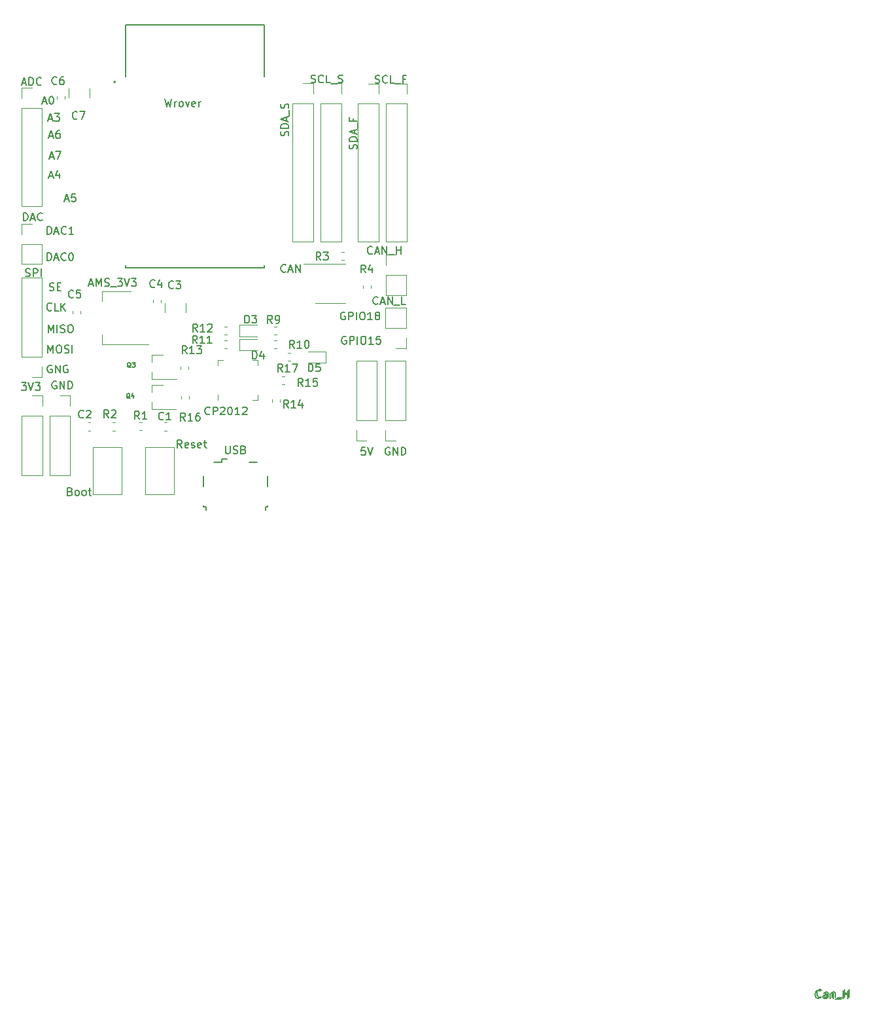
<source format=gbr>
G04 #@! TF.GenerationSoftware,KiCad,Pcbnew,5.1.5+dfsg1-2build2*
G04 #@! TF.CreationDate,2020-06-17T17:16:25+07:00*
G04 #@! TF.ProjectId,wrover_the_thesis,77726f76-6572-45f7-9468-655f74686573,rev?*
G04 #@! TF.SameCoordinates,Original*
G04 #@! TF.FileFunction,Legend,Top*
G04 #@! TF.FilePolarity,Positive*
%FSLAX46Y46*%
G04 Gerber Fmt 4.6, Leading zero omitted, Abs format (unit mm)*
G04 Created by KiCad (PCBNEW 5.1.5+dfsg1-2build2) date 2020-06-17 17:16:25*
%MOMM*%
%LPD*%
G04 APERTURE LIST*
%ADD10C,0.150000*%
%ADD11C,0.120000*%
%ADD12C,0.200000*%
%ADD13C,0.127000*%
G04 APERTURE END LIST*
D10*
X83487619Y-77910000D02*
X83392380Y-77862380D01*
X83249523Y-77862380D01*
X83106666Y-77910000D01*
X83011428Y-78005238D01*
X82963809Y-78100476D01*
X82916190Y-78290952D01*
X82916190Y-78433809D01*
X82963809Y-78624285D01*
X83011428Y-78719523D01*
X83106666Y-78814761D01*
X83249523Y-78862380D01*
X83344761Y-78862380D01*
X83487619Y-78814761D01*
X83535238Y-78767142D01*
X83535238Y-78433809D01*
X83344761Y-78433809D01*
X83963809Y-78862380D02*
X83963809Y-77862380D01*
X84344761Y-77862380D01*
X84440000Y-77910000D01*
X84487619Y-77957619D01*
X84535238Y-78052857D01*
X84535238Y-78195714D01*
X84487619Y-78290952D01*
X84440000Y-78338571D01*
X84344761Y-78386190D01*
X83963809Y-78386190D01*
X84963809Y-78862380D02*
X84963809Y-77862380D01*
X85630476Y-77862380D02*
X85820952Y-77862380D01*
X85916190Y-77910000D01*
X86011428Y-78005238D01*
X86059047Y-78195714D01*
X86059047Y-78529047D01*
X86011428Y-78719523D01*
X85916190Y-78814761D01*
X85820952Y-78862380D01*
X85630476Y-78862380D01*
X85535238Y-78814761D01*
X85440000Y-78719523D01*
X85392380Y-78529047D01*
X85392380Y-78195714D01*
X85440000Y-78005238D01*
X85535238Y-77910000D01*
X85630476Y-77862380D01*
X87011428Y-78862380D02*
X86440000Y-78862380D01*
X86725714Y-78862380D02*
X86725714Y-77862380D01*
X86630476Y-78005238D01*
X86535238Y-78100476D01*
X86440000Y-78148095D01*
X87916190Y-77862380D02*
X87440000Y-77862380D01*
X87392380Y-78338571D01*
X87440000Y-78290952D01*
X87535238Y-78243333D01*
X87773333Y-78243333D01*
X87868571Y-78290952D01*
X87916190Y-78338571D01*
X87963809Y-78433809D01*
X87963809Y-78671904D01*
X87916190Y-78767142D01*
X87868571Y-78814761D01*
X87773333Y-78862380D01*
X87535238Y-78862380D01*
X87440000Y-78814761D01*
X87392380Y-78767142D01*
X45398095Y-81630000D02*
X45302857Y-81582380D01*
X45160000Y-81582380D01*
X45017142Y-81630000D01*
X44921904Y-81725238D01*
X44874285Y-81820476D01*
X44826666Y-82010952D01*
X44826666Y-82153809D01*
X44874285Y-82344285D01*
X44921904Y-82439523D01*
X45017142Y-82534761D01*
X45160000Y-82582380D01*
X45255238Y-82582380D01*
X45398095Y-82534761D01*
X45445714Y-82487142D01*
X45445714Y-82153809D01*
X45255238Y-82153809D01*
X45874285Y-82582380D02*
X45874285Y-81582380D01*
X46445714Y-82582380D01*
X46445714Y-81582380D01*
X47445714Y-81630000D02*
X47350476Y-81582380D01*
X47207619Y-81582380D01*
X47064761Y-81630000D01*
X46969523Y-81725238D01*
X46921904Y-81820476D01*
X46874285Y-82010952D01*
X46874285Y-82153809D01*
X46921904Y-82344285D01*
X46969523Y-82439523D01*
X47064761Y-82534761D01*
X47207619Y-82582380D01*
X47302857Y-82582380D01*
X47445714Y-82534761D01*
X47493333Y-82487142D01*
X47493333Y-82153809D01*
X47302857Y-82153809D01*
X44908571Y-80012380D02*
X44908571Y-79012380D01*
X45241904Y-79726666D01*
X45575238Y-79012380D01*
X45575238Y-80012380D01*
X46241904Y-79012380D02*
X46432380Y-79012380D01*
X46527619Y-79060000D01*
X46622857Y-79155238D01*
X46670476Y-79345714D01*
X46670476Y-79679047D01*
X46622857Y-79869523D01*
X46527619Y-79964761D01*
X46432380Y-80012380D01*
X46241904Y-80012380D01*
X46146666Y-79964761D01*
X46051428Y-79869523D01*
X46003809Y-79679047D01*
X46003809Y-79345714D01*
X46051428Y-79155238D01*
X46146666Y-79060000D01*
X46241904Y-79012380D01*
X47051428Y-79964761D02*
X47194285Y-80012380D01*
X47432380Y-80012380D01*
X47527619Y-79964761D01*
X47575238Y-79917142D01*
X47622857Y-79821904D01*
X47622857Y-79726666D01*
X47575238Y-79631428D01*
X47527619Y-79583809D01*
X47432380Y-79536190D01*
X47241904Y-79488571D01*
X47146666Y-79440952D01*
X47099047Y-79393333D01*
X47051428Y-79298095D01*
X47051428Y-79202857D01*
X47099047Y-79107619D01*
X47146666Y-79060000D01*
X47241904Y-79012380D01*
X47480000Y-79012380D01*
X47622857Y-79060000D01*
X48051428Y-80012380D02*
X48051428Y-79012380D01*
X44948571Y-77382380D02*
X44948571Y-76382380D01*
X45281904Y-77096666D01*
X45615238Y-76382380D01*
X45615238Y-77382380D01*
X46091428Y-77382380D02*
X46091428Y-76382380D01*
X46520000Y-77334761D02*
X46662857Y-77382380D01*
X46900952Y-77382380D01*
X46996190Y-77334761D01*
X47043809Y-77287142D01*
X47091428Y-77191904D01*
X47091428Y-77096666D01*
X47043809Y-77001428D01*
X46996190Y-76953809D01*
X46900952Y-76906190D01*
X46710476Y-76858571D01*
X46615238Y-76810952D01*
X46567619Y-76763333D01*
X46520000Y-76668095D01*
X46520000Y-76572857D01*
X46567619Y-76477619D01*
X46615238Y-76430000D01*
X46710476Y-76382380D01*
X46948571Y-76382380D01*
X47091428Y-76430000D01*
X47710476Y-76382380D02*
X47900952Y-76382380D01*
X47996190Y-76430000D01*
X48091428Y-76525238D01*
X48139047Y-76715714D01*
X48139047Y-77049047D01*
X48091428Y-77239523D01*
X47996190Y-77334761D01*
X47900952Y-77382380D01*
X47710476Y-77382380D01*
X47615238Y-77334761D01*
X47520000Y-77239523D01*
X47472380Y-77049047D01*
X47472380Y-76715714D01*
X47520000Y-76525238D01*
X47615238Y-76430000D01*
X47710476Y-76382380D01*
X45374761Y-74457142D02*
X45327142Y-74504761D01*
X45184285Y-74552380D01*
X45089047Y-74552380D01*
X44946190Y-74504761D01*
X44850952Y-74409523D01*
X44803333Y-74314285D01*
X44755714Y-74123809D01*
X44755714Y-73980952D01*
X44803333Y-73790476D01*
X44850952Y-73695238D01*
X44946190Y-73600000D01*
X45089047Y-73552380D01*
X45184285Y-73552380D01*
X45327142Y-73600000D01*
X45374761Y-73647619D01*
X46279523Y-74552380D02*
X45803333Y-74552380D01*
X45803333Y-73552380D01*
X46612857Y-74552380D02*
X46612857Y-73552380D01*
X47184285Y-74552380D02*
X46755714Y-73980952D01*
X47184285Y-73552380D02*
X46612857Y-74123809D01*
X45111904Y-71914761D02*
X45254761Y-71962380D01*
X45492857Y-71962380D01*
X45588095Y-71914761D01*
X45635714Y-71867142D01*
X45683333Y-71771904D01*
X45683333Y-71676666D01*
X45635714Y-71581428D01*
X45588095Y-71533809D01*
X45492857Y-71486190D01*
X45302380Y-71438571D01*
X45207142Y-71390952D01*
X45159523Y-71343333D01*
X45111904Y-71248095D01*
X45111904Y-71152857D01*
X45159523Y-71057619D01*
X45207142Y-71010000D01*
X45302380Y-70962380D01*
X45540476Y-70962380D01*
X45683333Y-71010000D01*
X46111904Y-71438571D02*
X46445238Y-71438571D01*
X46588095Y-71962380D02*
X46111904Y-71962380D01*
X46111904Y-70962380D01*
X46588095Y-70962380D01*
X44803333Y-68052380D02*
X44803333Y-67052380D01*
X45041428Y-67052380D01*
X45184285Y-67100000D01*
X45279523Y-67195238D01*
X45327142Y-67290476D01*
X45374761Y-67480952D01*
X45374761Y-67623809D01*
X45327142Y-67814285D01*
X45279523Y-67909523D01*
X45184285Y-68004761D01*
X45041428Y-68052380D01*
X44803333Y-68052380D01*
X45755714Y-67766666D02*
X46231904Y-67766666D01*
X45660476Y-68052380D02*
X45993809Y-67052380D01*
X46327142Y-68052380D01*
X47231904Y-67957142D02*
X47184285Y-68004761D01*
X47041428Y-68052380D01*
X46946190Y-68052380D01*
X46803333Y-68004761D01*
X46708095Y-67909523D01*
X46660476Y-67814285D01*
X46612857Y-67623809D01*
X46612857Y-67480952D01*
X46660476Y-67290476D01*
X46708095Y-67195238D01*
X46803333Y-67100000D01*
X46946190Y-67052380D01*
X47041428Y-67052380D01*
X47184285Y-67100000D01*
X47231904Y-67147619D01*
X47850952Y-67052380D02*
X47946190Y-67052380D01*
X48041428Y-67100000D01*
X48089047Y-67147619D01*
X48136666Y-67242857D01*
X48184285Y-67433333D01*
X48184285Y-67671428D01*
X48136666Y-67861904D01*
X48089047Y-67957142D01*
X48041428Y-68004761D01*
X47946190Y-68052380D01*
X47850952Y-68052380D01*
X47755714Y-68004761D01*
X47708095Y-67957142D01*
X47660476Y-67861904D01*
X47612857Y-67671428D01*
X47612857Y-67433333D01*
X47660476Y-67242857D01*
X47708095Y-67147619D01*
X47755714Y-67100000D01*
X47850952Y-67052380D01*
X44823333Y-64652380D02*
X44823333Y-63652380D01*
X45061428Y-63652380D01*
X45204285Y-63700000D01*
X45299523Y-63795238D01*
X45347142Y-63890476D01*
X45394761Y-64080952D01*
X45394761Y-64223809D01*
X45347142Y-64414285D01*
X45299523Y-64509523D01*
X45204285Y-64604761D01*
X45061428Y-64652380D01*
X44823333Y-64652380D01*
X45775714Y-64366666D02*
X46251904Y-64366666D01*
X45680476Y-64652380D02*
X46013809Y-63652380D01*
X46347142Y-64652380D01*
X47251904Y-64557142D02*
X47204285Y-64604761D01*
X47061428Y-64652380D01*
X46966190Y-64652380D01*
X46823333Y-64604761D01*
X46728095Y-64509523D01*
X46680476Y-64414285D01*
X46632857Y-64223809D01*
X46632857Y-64080952D01*
X46680476Y-63890476D01*
X46728095Y-63795238D01*
X46823333Y-63700000D01*
X46966190Y-63652380D01*
X47061428Y-63652380D01*
X47204285Y-63700000D01*
X47251904Y-63747619D01*
X48204285Y-64652380D02*
X47632857Y-64652380D01*
X47918571Y-64652380D02*
X47918571Y-63652380D01*
X47823333Y-63795238D01*
X47728095Y-63890476D01*
X47632857Y-63938095D01*
X47095714Y-60146666D02*
X47571904Y-60146666D01*
X47000476Y-60432380D02*
X47333809Y-59432380D01*
X47667142Y-60432380D01*
X48476666Y-59432380D02*
X48000476Y-59432380D01*
X47952857Y-59908571D01*
X48000476Y-59860952D01*
X48095714Y-59813333D01*
X48333809Y-59813333D01*
X48429047Y-59860952D01*
X48476666Y-59908571D01*
X48524285Y-60003809D01*
X48524285Y-60241904D01*
X48476666Y-60337142D01*
X48429047Y-60384761D01*
X48333809Y-60432380D01*
X48095714Y-60432380D01*
X48000476Y-60384761D01*
X47952857Y-60337142D01*
X45035714Y-57146666D02*
X45511904Y-57146666D01*
X44940476Y-57432380D02*
X45273809Y-56432380D01*
X45607142Y-57432380D01*
X46369047Y-56765714D02*
X46369047Y-57432380D01*
X46130952Y-56384761D02*
X45892857Y-57099047D01*
X46511904Y-57099047D01*
X45115714Y-54656666D02*
X45591904Y-54656666D01*
X45020476Y-54942380D02*
X45353809Y-53942380D01*
X45687142Y-54942380D01*
X45925238Y-53942380D02*
X46591904Y-53942380D01*
X46163333Y-54942380D01*
X45065714Y-51966666D02*
X45541904Y-51966666D01*
X44970476Y-52252380D02*
X45303809Y-51252380D01*
X45637142Y-52252380D01*
X46399047Y-51252380D02*
X46208571Y-51252380D01*
X46113333Y-51300000D01*
X46065714Y-51347619D01*
X45970476Y-51490476D01*
X45922857Y-51680952D01*
X45922857Y-52061904D01*
X45970476Y-52157142D01*
X46018095Y-52204761D01*
X46113333Y-52252380D01*
X46303809Y-52252380D01*
X46399047Y-52204761D01*
X46446666Y-52157142D01*
X46494285Y-52061904D01*
X46494285Y-51823809D01*
X46446666Y-51728571D01*
X46399047Y-51680952D01*
X46303809Y-51633333D01*
X46113333Y-51633333D01*
X46018095Y-51680952D01*
X45970476Y-51728571D01*
X45922857Y-51823809D01*
X44945714Y-49766666D02*
X45421904Y-49766666D01*
X44850476Y-50052380D02*
X45183809Y-49052380D01*
X45517142Y-50052380D01*
X45755238Y-49052380D02*
X46374285Y-49052380D01*
X46040952Y-49433333D01*
X46183809Y-49433333D01*
X46279047Y-49480952D01*
X46326666Y-49528571D01*
X46374285Y-49623809D01*
X46374285Y-49861904D01*
X46326666Y-49957142D01*
X46279047Y-50004761D01*
X46183809Y-50052380D01*
X45898095Y-50052380D01*
X45802857Y-50004761D01*
X45755238Y-49957142D01*
X44195714Y-47526666D02*
X44671904Y-47526666D01*
X44100476Y-47812380D02*
X44433809Y-46812380D01*
X44767142Y-47812380D01*
X45290952Y-46812380D02*
X45386190Y-46812380D01*
X45481428Y-46860000D01*
X45529047Y-46907619D01*
X45576666Y-47002857D01*
X45624285Y-47193333D01*
X45624285Y-47431428D01*
X45576666Y-47621904D01*
X45529047Y-47717142D01*
X45481428Y-47764761D01*
X45386190Y-47812380D01*
X45290952Y-47812380D01*
X45195714Y-47764761D01*
X45148095Y-47717142D01*
X45100476Y-47621904D01*
X45052857Y-47431428D01*
X45052857Y-47193333D01*
X45100476Y-47002857D01*
X45148095Y-46907619D01*
X45195714Y-46860000D01*
X45290952Y-46812380D01*
X87601428Y-73637142D02*
X87553809Y-73684761D01*
X87410952Y-73732380D01*
X87315714Y-73732380D01*
X87172857Y-73684761D01*
X87077619Y-73589523D01*
X87030000Y-73494285D01*
X86982380Y-73303809D01*
X86982380Y-73160952D01*
X87030000Y-72970476D01*
X87077619Y-72875238D01*
X87172857Y-72780000D01*
X87315714Y-72732380D01*
X87410952Y-72732380D01*
X87553809Y-72780000D01*
X87601428Y-72827619D01*
X87982380Y-73446666D02*
X88458571Y-73446666D01*
X87887142Y-73732380D02*
X88220476Y-72732380D01*
X88553809Y-73732380D01*
X88887142Y-73732380D02*
X88887142Y-72732380D01*
X89458571Y-73732380D01*
X89458571Y-72732380D01*
X89696666Y-73827619D02*
X90458571Y-73827619D01*
X91172857Y-73732380D02*
X90696666Y-73732380D01*
X90696666Y-72732380D01*
D11*
X57480000Y-92190000D02*
X61180000Y-92190000D01*
X57480000Y-98310000D02*
X57480000Y-92190000D01*
X61180000Y-98310000D02*
X57480000Y-98310000D01*
X61180000Y-92190000D02*
X61180000Y-98310000D01*
X44150000Y-83110000D02*
X42820000Y-83110000D01*
X44150000Y-81780000D02*
X44150000Y-83110000D01*
X44150000Y-80510000D02*
X41490000Y-80510000D01*
X41490000Y-80510000D02*
X41490000Y-70290000D01*
X44150000Y-80510000D02*
X44150000Y-70290000D01*
X44150000Y-70290000D02*
X41490000Y-70290000D01*
X60030000Y-73537936D02*
X60030000Y-74742064D01*
X62750000Y-73537936D02*
X62750000Y-74742064D01*
X90010000Y-45180000D02*
X91340000Y-45180000D01*
X91340000Y-45180000D02*
X91340000Y-46510000D01*
X91340000Y-47780000D02*
X91340000Y-65620000D01*
X88680000Y-65620000D02*
X91340000Y-65620000D01*
X88680000Y-47780000D02*
X88680000Y-65620000D01*
X88680000Y-47780000D02*
X91340000Y-47780000D01*
X86370000Y-45180000D02*
X87700000Y-45180000D01*
X87700000Y-45180000D02*
X87700000Y-46510000D01*
X87700000Y-47780000D02*
X87700000Y-65620000D01*
X85040000Y-65620000D02*
X87700000Y-65620000D01*
X85040000Y-47780000D02*
X85040000Y-65620000D01*
X85040000Y-47780000D02*
X87700000Y-47780000D01*
X81530000Y-45130000D02*
X82860000Y-45130000D01*
X82860000Y-45130000D02*
X82860000Y-46460000D01*
X82860000Y-47730000D02*
X82860000Y-65570000D01*
X80200000Y-65570000D02*
X82860000Y-65570000D01*
X80200000Y-47730000D02*
X80200000Y-65570000D01*
X80200000Y-47730000D02*
X82860000Y-47730000D01*
X77900000Y-45140000D02*
X79230000Y-45140000D01*
X79230000Y-45140000D02*
X79230000Y-46470000D01*
X79230000Y-47740000D02*
X79230000Y-65580000D01*
X76570000Y-65580000D02*
X79230000Y-65580000D01*
X76570000Y-47740000D02*
X76570000Y-65580000D01*
X76570000Y-47740000D02*
X79230000Y-47740000D01*
X46470000Y-85520000D02*
X47800000Y-85520000D01*
X47800000Y-85520000D02*
X47800000Y-86850000D01*
X47800000Y-88120000D02*
X47800000Y-95800000D01*
X45140000Y-95800000D02*
X47800000Y-95800000D01*
X45140000Y-88120000D02*
X45140000Y-95800000D01*
X45140000Y-88120000D02*
X47800000Y-88120000D01*
X86150000Y-91330000D02*
X84820000Y-91330000D01*
X84820000Y-91330000D02*
X84820000Y-90000000D01*
X84820000Y-88730000D02*
X84820000Y-81050000D01*
X87480000Y-81050000D02*
X84820000Y-81050000D01*
X87480000Y-88730000D02*
X87480000Y-81050000D01*
X87480000Y-88730000D02*
X84820000Y-88730000D01*
X42850000Y-85520000D02*
X44180000Y-85520000D01*
X44180000Y-85520000D02*
X44180000Y-86850000D01*
X44180000Y-88120000D02*
X44180000Y-95800000D01*
X41520000Y-95800000D02*
X44180000Y-95800000D01*
X41520000Y-88120000D02*
X41520000Y-95800000D01*
X41520000Y-88120000D02*
X44180000Y-88120000D01*
X89880000Y-91310000D02*
X88550000Y-91310000D01*
X88550000Y-91310000D02*
X88550000Y-89980000D01*
X88550000Y-88710000D02*
X88550000Y-81030000D01*
X91210000Y-81030000D02*
X88550000Y-81030000D01*
X91210000Y-88710000D02*
X91210000Y-81030000D01*
X91210000Y-88710000D02*
X88550000Y-88710000D01*
X76276267Y-80030000D02*
X75933733Y-80030000D01*
X76276267Y-81050000D02*
X75933733Y-81050000D01*
X80845000Y-79795000D02*
X78560000Y-79795000D01*
X80845000Y-81265000D02*
X80845000Y-79795000D01*
X78560000Y-81265000D02*
X80845000Y-81265000D01*
X62110000Y-85628733D02*
X62110000Y-85971267D01*
X63130000Y-85628733D02*
X63130000Y-85971267D01*
X75163733Y-84040000D02*
X75506267Y-84040000D01*
X75163733Y-83020000D02*
X75506267Y-83020000D01*
X74930000Y-86351267D02*
X74930000Y-86008733D01*
X73910000Y-86351267D02*
X73910000Y-86008733D01*
X62100000Y-81753733D02*
X62100000Y-82096267D01*
X63120000Y-81753733D02*
X63120000Y-82096267D01*
X68066267Y-76630000D02*
X67723733Y-76630000D01*
X68066267Y-77650000D02*
X67723733Y-77650000D01*
X68086267Y-78430000D02*
X67743733Y-78430000D01*
X68086267Y-79450000D02*
X67743733Y-79450000D01*
X74526267Y-78410000D02*
X74183733Y-78410000D01*
X74526267Y-79430000D02*
X74183733Y-79430000D01*
X74506267Y-76600000D02*
X74163733Y-76600000D01*
X74506267Y-77620000D02*
X74163733Y-77620000D01*
X58330000Y-84150000D02*
X59790000Y-84150000D01*
X58330000Y-87310000D02*
X61490000Y-87310000D01*
X58330000Y-87310000D02*
X58330000Y-86380000D01*
X58330000Y-84150000D02*
X58330000Y-85080000D01*
X58360000Y-80250000D02*
X59820000Y-80250000D01*
X58360000Y-83410000D02*
X61520000Y-83410000D01*
X58360000Y-83410000D02*
X58360000Y-82480000D01*
X58360000Y-80250000D02*
X58360000Y-81180000D01*
X69677500Y-79665000D02*
X71962500Y-79665000D01*
X69677500Y-78195000D02*
X69677500Y-79665000D01*
X71962500Y-78195000D02*
X69677500Y-78195000D01*
X69657500Y-77855000D02*
X71942500Y-77855000D01*
X69657500Y-76385000D02*
X69657500Y-77855000D01*
X71942500Y-76385000D02*
X69657500Y-76385000D01*
X81470000Y-68490000D02*
X78020000Y-68490000D01*
X81470000Y-68490000D02*
X83420000Y-68490000D01*
X81470000Y-73610000D02*
X79520000Y-73610000D01*
X81470000Y-73610000D02*
X83420000Y-73610000D01*
X57920000Y-78870000D02*
X51910000Y-78870000D01*
X55670000Y-72050000D02*
X51910000Y-72050000D01*
X51910000Y-78870000D02*
X51910000Y-77610000D01*
X51910000Y-72050000D02*
X51910000Y-73310000D01*
X66870000Y-85415000D02*
X66870000Y-86140000D01*
X72090000Y-80920000D02*
X71365000Y-80920000D01*
X72090000Y-81645000D02*
X72090000Y-80920000D01*
X72090000Y-86140000D02*
X71365000Y-86140000D01*
X72090000Y-85415000D02*
X72090000Y-86140000D01*
X66870000Y-80920000D02*
X67595000Y-80920000D01*
X66870000Y-81645000D02*
X66870000Y-80920000D01*
D12*
X53620000Y-44970000D02*
G75*
G03X53620000Y-44970000I-100000J0D01*
G01*
D13*
X72920000Y-68970000D02*
X72920000Y-68630000D01*
X54920000Y-68970000D02*
X72920000Y-68970000D01*
X54920000Y-68630000D02*
X54920000Y-68970000D01*
X72920000Y-37570000D02*
X72920000Y-44240000D01*
X54920000Y-37570000D02*
X72920000Y-37570000D01*
X54920000Y-44240000D02*
X54920000Y-37570000D01*
D11*
X50750000Y-92200000D02*
X54450000Y-92200000D01*
X50750000Y-98320000D02*
X50750000Y-92200000D01*
X54450000Y-98320000D02*
X50750000Y-98320000D01*
X54450000Y-92200000D02*
X54450000Y-98320000D01*
X85670000Y-71303733D02*
X85670000Y-71646267D01*
X86690000Y-71303733D02*
X86690000Y-71646267D01*
X83236267Y-66990000D02*
X82893733Y-66990000D01*
X83236267Y-68010000D02*
X82893733Y-68010000D01*
X53631267Y-89020000D02*
X53288733Y-89020000D01*
X53631267Y-90040000D02*
X53288733Y-90040000D01*
X56748733Y-90030000D02*
X57091267Y-90030000D01*
X56748733Y-89010000D02*
X57091267Y-89010000D01*
X91250000Y-79400000D02*
X89920000Y-79400000D01*
X91250000Y-78070000D02*
X91250000Y-79400000D01*
X91250000Y-76800000D02*
X88590000Y-76800000D01*
X88590000Y-76800000D02*
X88590000Y-74200000D01*
X91250000Y-76800000D02*
X91250000Y-74200000D01*
X91250000Y-74200000D02*
X88590000Y-74200000D01*
X41490000Y-63310000D02*
X42820000Y-63310000D01*
X41490000Y-64640000D02*
X41490000Y-63310000D01*
X41490000Y-65910000D02*
X44150000Y-65910000D01*
X44150000Y-65910000D02*
X44150000Y-68510000D01*
X41490000Y-65910000D02*
X41490000Y-68510000D01*
X41490000Y-68510000D02*
X44150000Y-68510000D01*
X88620000Y-67320000D02*
X89950000Y-67320000D01*
X88620000Y-68650000D02*
X88620000Y-67320000D01*
X88620000Y-69920000D02*
X91280000Y-69920000D01*
X91280000Y-69920000D02*
X91280000Y-72520000D01*
X88620000Y-69920000D02*
X88620000Y-72520000D01*
X88620000Y-72520000D02*
X91280000Y-72520000D01*
X41480000Y-45710000D02*
X42810000Y-45710000D01*
X41480000Y-47040000D02*
X41480000Y-45710000D01*
X41480000Y-48310000D02*
X44140000Y-48310000D01*
X44140000Y-48310000D02*
X44140000Y-61070000D01*
X41480000Y-48310000D02*
X41480000Y-61070000D01*
X41480000Y-61070000D02*
X44140000Y-61070000D01*
D10*
X70990000Y-94160000D02*
X71990000Y-94160000D01*
X67390000Y-94160000D02*
X66390000Y-94160000D01*
X67390000Y-93735000D02*
X67390000Y-94160000D01*
X68115000Y-93735000D02*
X67390000Y-93735000D01*
X73340000Y-97310000D02*
X73340000Y-95910000D01*
X73340000Y-99860000D02*
X73340000Y-99710000D01*
X73040000Y-99860000D02*
X73340000Y-99860000D01*
X73040000Y-100310000D02*
X73040000Y-99860000D01*
X65340000Y-99860000D02*
X65340000Y-100310000D01*
X65040000Y-99860000D02*
X65340000Y-99860000D01*
X65040000Y-99710000D02*
X65040000Y-99860000D01*
X65040000Y-95910000D02*
X65040000Y-97310000D01*
D11*
X47580000Y-45777936D02*
X47580000Y-46982064D01*
X50300000Y-45777936D02*
X50300000Y-46982064D01*
X46030000Y-46837221D02*
X46030000Y-47162779D01*
X47050000Y-46837221D02*
X47050000Y-47162779D01*
X49130000Y-74882779D02*
X49130000Y-74557221D01*
X48110000Y-74882779D02*
X48110000Y-74557221D01*
X58510000Y-73184721D02*
X58510000Y-73510279D01*
X59530000Y-73184721D02*
X59530000Y-73510279D01*
X50415279Y-89020000D02*
X50089721Y-89020000D01*
X50415279Y-90040000D02*
X50089721Y-90040000D01*
X59954721Y-90040000D02*
X60280279Y-90040000D01*
X59954721Y-89020000D02*
X60280279Y-89020000D01*
D10*
X144830000Y-163367142D02*
X144782380Y-163414761D01*
X144639523Y-163462380D01*
X144544285Y-163462380D01*
X144401428Y-163414761D01*
X144306190Y-163319523D01*
X144258571Y-163224285D01*
X144210952Y-163033809D01*
X144210952Y-162890952D01*
X144258571Y-162700476D01*
X144306190Y-162605238D01*
X144401428Y-162510000D01*
X144544285Y-162462380D01*
X144639523Y-162462380D01*
X144782380Y-162510000D01*
X144830000Y-162557619D01*
X145687142Y-163462380D02*
X145687142Y-162938571D01*
X145639523Y-162843333D01*
X145544285Y-162795714D01*
X145353809Y-162795714D01*
X145258571Y-162843333D01*
X145687142Y-163414761D02*
X145591904Y-163462380D01*
X145353809Y-163462380D01*
X145258571Y-163414761D01*
X145210952Y-163319523D01*
X145210952Y-163224285D01*
X145258571Y-163129047D01*
X145353809Y-163081428D01*
X145591904Y-163081428D01*
X145687142Y-163033809D01*
X146163333Y-162795714D02*
X146163333Y-163462380D01*
X146163333Y-162890952D02*
X146210952Y-162843333D01*
X146306190Y-162795714D01*
X146449047Y-162795714D01*
X146544285Y-162843333D01*
X146591904Y-162938571D01*
X146591904Y-163462380D01*
X146830000Y-163557619D02*
X147591904Y-163557619D01*
X147830000Y-163462380D02*
X147830000Y-162462380D01*
X147830000Y-162938571D02*
X148401428Y-162938571D01*
X148401428Y-163462380D02*
X148401428Y-162462380D01*
X145030000Y-163227142D02*
X144982380Y-163274761D01*
X144839523Y-163322380D01*
X144744285Y-163322380D01*
X144601428Y-163274761D01*
X144506190Y-163179523D01*
X144458571Y-163084285D01*
X144410952Y-162893809D01*
X144410952Y-162750952D01*
X144458571Y-162560476D01*
X144506190Y-162465238D01*
X144601428Y-162370000D01*
X144744285Y-162322380D01*
X144839523Y-162322380D01*
X144982380Y-162370000D01*
X145030000Y-162417619D01*
X145887142Y-163322380D02*
X145887142Y-162798571D01*
X145839523Y-162703333D01*
X145744285Y-162655714D01*
X145553809Y-162655714D01*
X145458571Y-162703333D01*
X145887142Y-163274761D02*
X145791904Y-163322380D01*
X145553809Y-163322380D01*
X145458571Y-163274761D01*
X145410952Y-163179523D01*
X145410952Y-163084285D01*
X145458571Y-162989047D01*
X145553809Y-162941428D01*
X145791904Y-162941428D01*
X145887142Y-162893809D01*
X146363333Y-162655714D02*
X146363333Y-163322380D01*
X146363333Y-162750952D02*
X146410952Y-162703333D01*
X146506190Y-162655714D01*
X146649047Y-162655714D01*
X146744285Y-162703333D01*
X146791904Y-162798571D01*
X146791904Y-163322380D01*
X147030000Y-163417619D02*
X147791904Y-163417619D01*
X148030000Y-163322380D02*
X148030000Y-162322380D01*
X148030000Y-162798571D02*
X148601428Y-162798571D01*
X148601428Y-163322380D02*
X148601428Y-162322380D01*
X62241904Y-92282380D02*
X61908571Y-91806190D01*
X61670476Y-92282380D02*
X61670476Y-91282380D01*
X62051428Y-91282380D01*
X62146666Y-91330000D01*
X62194285Y-91377619D01*
X62241904Y-91472857D01*
X62241904Y-91615714D01*
X62194285Y-91710952D01*
X62146666Y-91758571D01*
X62051428Y-91806190D01*
X61670476Y-91806190D01*
X63051428Y-92234761D02*
X62956190Y-92282380D01*
X62765714Y-92282380D01*
X62670476Y-92234761D01*
X62622857Y-92139523D01*
X62622857Y-91758571D01*
X62670476Y-91663333D01*
X62765714Y-91615714D01*
X62956190Y-91615714D01*
X63051428Y-91663333D01*
X63099047Y-91758571D01*
X63099047Y-91853809D01*
X62622857Y-91949047D01*
X63480000Y-92234761D02*
X63575238Y-92282380D01*
X63765714Y-92282380D01*
X63860952Y-92234761D01*
X63908571Y-92139523D01*
X63908571Y-92091904D01*
X63860952Y-91996666D01*
X63765714Y-91949047D01*
X63622857Y-91949047D01*
X63527619Y-91901428D01*
X63480000Y-91806190D01*
X63480000Y-91758571D01*
X63527619Y-91663333D01*
X63622857Y-91615714D01*
X63765714Y-91615714D01*
X63860952Y-91663333D01*
X64718095Y-92234761D02*
X64622857Y-92282380D01*
X64432380Y-92282380D01*
X64337142Y-92234761D01*
X64289523Y-92139523D01*
X64289523Y-91758571D01*
X64337142Y-91663333D01*
X64432380Y-91615714D01*
X64622857Y-91615714D01*
X64718095Y-91663333D01*
X64765714Y-91758571D01*
X64765714Y-91853809D01*
X64289523Y-91949047D01*
X65051428Y-91615714D02*
X65432380Y-91615714D01*
X65194285Y-91282380D02*
X65194285Y-92139523D01*
X65241904Y-92234761D01*
X65337142Y-92282380D01*
X65432380Y-92282380D01*
X41996190Y-70074761D02*
X42139047Y-70122380D01*
X42377142Y-70122380D01*
X42472380Y-70074761D01*
X42520000Y-70027142D01*
X42567619Y-69931904D01*
X42567619Y-69836666D01*
X42520000Y-69741428D01*
X42472380Y-69693809D01*
X42377142Y-69646190D01*
X42186666Y-69598571D01*
X42091428Y-69550952D01*
X42043809Y-69503333D01*
X41996190Y-69408095D01*
X41996190Y-69312857D01*
X42043809Y-69217619D01*
X42091428Y-69170000D01*
X42186666Y-69122380D01*
X42424761Y-69122380D01*
X42567619Y-69170000D01*
X42996190Y-70122380D02*
X42996190Y-69122380D01*
X43377142Y-69122380D01*
X43472380Y-69170000D01*
X43520000Y-69217619D01*
X43567619Y-69312857D01*
X43567619Y-69455714D01*
X43520000Y-69550952D01*
X43472380Y-69598571D01*
X43377142Y-69646190D01*
X42996190Y-69646190D01*
X43996190Y-70122380D02*
X43996190Y-69122380D01*
X61143333Y-71597142D02*
X61095714Y-71644761D01*
X60952857Y-71692380D01*
X60857619Y-71692380D01*
X60714761Y-71644761D01*
X60619523Y-71549523D01*
X60571904Y-71454285D01*
X60524285Y-71263809D01*
X60524285Y-71120952D01*
X60571904Y-70930476D01*
X60619523Y-70835238D01*
X60714761Y-70740000D01*
X60857619Y-70692380D01*
X60952857Y-70692380D01*
X61095714Y-70740000D01*
X61143333Y-70787619D01*
X61476666Y-70692380D02*
X62095714Y-70692380D01*
X61762380Y-71073333D01*
X61905238Y-71073333D01*
X62000476Y-71120952D01*
X62048095Y-71168571D01*
X62095714Y-71263809D01*
X62095714Y-71501904D01*
X62048095Y-71597142D01*
X62000476Y-71644761D01*
X61905238Y-71692380D01*
X61619523Y-71692380D01*
X61524285Y-71644761D01*
X61476666Y-71597142D01*
X87260000Y-45074761D02*
X87402857Y-45122380D01*
X87640952Y-45122380D01*
X87736190Y-45074761D01*
X87783809Y-45027142D01*
X87831428Y-44931904D01*
X87831428Y-44836666D01*
X87783809Y-44741428D01*
X87736190Y-44693809D01*
X87640952Y-44646190D01*
X87450476Y-44598571D01*
X87355238Y-44550952D01*
X87307619Y-44503333D01*
X87260000Y-44408095D01*
X87260000Y-44312857D01*
X87307619Y-44217619D01*
X87355238Y-44170000D01*
X87450476Y-44122380D01*
X87688571Y-44122380D01*
X87831428Y-44170000D01*
X88831428Y-45027142D02*
X88783809Y-45074761D01*
X88640952Y-45122380D01*
X88545714Y-45122380D01*
X88402857Y-45074761D01*
X88307619Y-44979523D01*
X88260000Y-44884285D01*
X88212380Y-44693809D01*
X88212380Y-44550952D01*
X88260000Y-44360476D01*
X88307619Y-44265238D01*
X88402857Y-44170000D01*
X88545714Y-44122380D01*
X88640952Y-44122380D01*
X88783809Y-44170000D01*
X88831428Y-44217619D01*
X89736190Y-45122380D02*
X89260000Y-45122380D01*
X89260000Y-44122380D01*
X89831428Y-45217619D02*
X90593333Y-45217619D01*
X91164761Y-44598571D02*
X90831428Y-44598571D01*
X90831428Y-45122380D02*
X90831428Y-44122380D01*
X91307619Y-44122380D01*
X84854761Y-53613809D02*
X84902380Y-53470952D01*
X84902380Y-53232857D01*
X84854761Y-53137619D01*
X84807142Y-53090000D01*
X84711904Y-53042380D01*
X84616666Y-53042380D01*
X84521428Y-53090000D01*
X84473809Y-53137619D01*
X84426190Y-53232857D01*
X84378571Y-53423333D01*
X84330952Y-53518571D01*
X84283333Y-53566190D01*
X84188095Y-53613809D01*
X84092857Y-53613809D01*
X83997619Y-53566190D01*
X83950000Y-53518571D01*
X83902380Y-53423333D01*
X83902380Y-53185238D01*
X83950000Y-53042380D01*
X84902380Y-52613809D02*
X83902380Y-52613809D01*
X83902380Y-52375714D01*
X83950000Y-52232857D01*
X84045238Y-52137619D01*
X84140476Y-52090000D01*
X84330952Y-52042380D01*
X84473809Y-52042380D01*
X84664285Y-52090000D01*
X84759523Y-52137619D01*
X84854761Y-52232857D01*
X84902380Y-52375714D01*
X84902380Y-52613809D01*
X84616666Y-51661428D02*
X84616666Y-51185238D01*
X84902380Y-51756666D02*
X83902380Y-51423333D01*
X84902380Y-51090000D01*
X84997619Y-50994761D02*
X84997619Y-50232857D01*
X84378571Y-49661428D02*
X84378571Y-49994761D01*
X84902380Y-49994761D02*
X83902380Y-49994761D01*
X83902380Y-49518571D01*
X78972380Y-45024761D02*
X79115238Y-45072380D01*
X79353333Y-45072380D01*
X79448571Y-45024761D01*
X79496190Y-44977142D01*
X79543809Y-44881904D01*
X79543809Y-44786666D01*
X79496190Y-44691428D01*
X79448571Y-44643809D01*
X79353333Y-44596190D01*
X79162857Y-44548571D01*
X79067619Y-44500952D01*
X79020000Y-44453333D01*
X78972380Y-44358095D01*
X78972380Y-44262857D01*
X79020000Y-44167619D01*
X79067619Y-44120000D01*
X79162857Y-44072380D01*
X79400952Y-44072380D01*
X79543809Y-44120000D01*
X80543809Y-44977142D02*
X80496190Y-45024761D01*
X80353333Y-45072380D01*
X80258095Y-45072380D01*
X80115238Y-45024761D01*
X80020000Y-44929523D01*
X79972380Y-44834285D01*
X79924761Y-44643809D01*
X79924761Y-44500952D01*
X79972380Y-44310476D01*
X80020000Y-44215238D01*
X80115238Y-44120000D01*
X80258095Y-44072380D01*
X80353333Y-44072380D01*
X80496190Y-44120000D01*
X80543809Y-44167619D01*
X81448571Y-45072380D02*
X80972380Y-45072380D01*
X80972380Y-44072380D01*
X81543809Y-45167619D02*
X82305714Y-45167619D01*
X82496190Y-45024761D02*
X82639047Y-45072380D01*
X82877142Y-45072380D01*
X82972380Y-45024761D01*
X83020000Y-44977142D01*
X83067619Y-44881904D01*
X83067619Y-44786666D01*
X83020000Y-44691428D01*
X82972380Y-44643809D01*
X82877142Y-44596190D01*
X82686666Y-44548571D01*
X82591428Y-44500952D01*
X82543809Y-44453333D01*
X82496190Y-44358095D01*
X82496190Y-44262857D01*
X82543809Y-44167619D01*
X82591428Y-44120000D01*
X82686666Y-44072380D01*
X82924761Y-44072380D01*
X83067619Y-44120000D01*
X75994761Y-51931428D02*
X76042380Y-51788571D01*
X76042380Y-51550476D01*
X75994761Y-51455238D01*
X75947142Y-51407619D01*
X75851904Y-51360000D01*
X75756666Y-51360000D01*
X75661428Y-51407619D01*
X75613809Y-51455238D01*
X75566190Y-51550476D01*
X75518571Y-51740952D01*
X75470952Y-51836190D01*
X75423333Y-51883809D01*
X75328095Y-51931428D01*
X75232857Y-51931428D01*
X75137619Y-51883809D01*
X75090000Y-51836190D01*
X75042380Y-51740952D01*
X75042380Y-51502857D01*
X75090000Y-51360000D01*
X76042380Y-50931428D02*
X75042380Y-50931428D01*
X75042380Y-50693333D01*
X75090000Y-50550476D01*
X75185238Y-50455238D01*
X75280476Y-50407619D01*
X75470952Y-50360000D01*
X75613809Y-50360000D01*
X75804285Y-50407619D01*
X75899523Y-50455238D01*
X75994761Y-50550476D01*
X76042380Y-50693333D01*
X76042380Y-50931428D01*
X75756666Y-49979047D02*
X75756666Y-49502857D01*
X76042380Y-50074285D02*
X75042380Y-49740952D01*
X76042380Y-49407619D01*
X76137619Y-49312380D02*
X76137619Y-48550476D01*
X75994761Y-48360000D02*
X76042380Y-48217142D01*
X76042380Y-47979047D01*
X75994761Y-47883809D01*
X75947142Y-47836190D01*
X75851904Y-47788571D01*
X75756666Y-47788571D01*
X75661428Y-47836190D01*
X75613809Y-47883809D01*
X75566190Y-47979047D01*
X75518571Y-48169523D01*
X75470952Y-48264761D01*
X75423333Y-48312380D01*
X75328095Y-48360000D01*
X75232857Y-48360000D01*
X75137619Y-48312380D01*
X75090000Y-48264761D01*
X75042380Y-48169523D01*
X75042380Y-47931428D01*
X75090000Y-47788571D01*
X45988095Y-83690000D02*
X45892857Y-83642380D01*
X45750000Y-83642380D01*
X45607142Y-83690000D01*
X45511904Y-83785238D01*
X45464285Y-83880476D01*
X45416666Y-84070952D01*
X45416666Y-84213809D01*
X45464285Y-84404285D01*
X45511904Y-84499523D01*
X45607142Y-84594761D01*
X45750000Y-84642380D01*
X45845238Y-84642380D01*
X45988095Y-84594761D01*
X46035714Y-84547142D01*
X46035714Y-84213809D01*
X45845238Y-84213809D01*
X46464285Y-84642380D02*
X46464285Y-83642380D01*
X47035714Y-84642380D01*
X47035714Y-83642380D01*
X47511904Y-84642380D02*
X47511904Y-83642380D01*
X47750000Y-83642380D01*
X47892857Y-83690000D01*
X47988095Y-83785238D01*
X48035714Y-83880476D01*
X48083333Y-84070952D01*
X48083333Y-84213809D01*
X48035714Y-84404285D01*
X47988095Y-84499523D01*
X47892857Y-84594761D01*
X47750000Y-84642380D01*
X47511904Y-84642380D01*
X85959523Y-92222380D02*
X85483333Y-92222380D01*
X85435714Y-92698571D01*
X85483333Y-92650952D01*
X85578571Y-92603333D01*
X85816666Y-92603333D01*
X85911904Y-92650952D01*
X85959523Y-92698571D01*
X86007142Y-92793809D01*
X86007142Y-93031904D01*
X85959523Y-93127142D01*
X85911904Y-93174761D01*
X85816666Y-93222380D01*
X85578571Y-93222380D01*
X85483333Y-93174761D01*
X85435714Y-93127142D01*
X86292857Y-92222380D02*
X86626190Y-93222380D01*
X86959523Y-92222380D01*
X41471904Y-83842380D02*
X42090952Y-83842380D01*
X41757619Y-84223333D01*
X41900476Y-84223333D01*
X41995714Y-84270952D01*
X42043333Y-84318571D01*
X42090952Y-84413809D01*
X42090952Y-84651904D01*
X42043333Y-84747142D01*
X41995714Y-84794761D01*
X41900476Y-84842380D01*
X41614761Y-84842380D01*
X41519523Y-84794761D01*
X41471904Y-84747142D01*
X42376666Y-83842380D02*
X42710000Y-84842380D01*
X43043333Y-83842380D01*
X43281428Y-83842380D02*
X43900476Y-83842380D01*
X43567142Y-84223333D01*
X43710000Y-84223333D01*
X43805238Y-84270952D01*
X43852857Y-84318571D01*
X43900476Y-84413809D01*
X43900476Y-84651904D01*
X43852857Y-84747142D01*
X43805238Y-84794761D01*
X43710000Y-84842380D01*
X43424285Y-84842380D01*
X43329047Y-84794761D01*
X43281428Y-84747142D01*
X89118095Y-92250000D02*
X89022857Y-92202380D01*
X88880000Y-92202380D01*
X88737142Y-92250000D01*
X88641904Y-92345238D01*
X88594285Y-92440476D01*
X88546666Y-92630952D01*
X88546666Y-92773809D01*
X88594285Y-92964285D01*
X88641904Y-93059523D01*
X88737142Y-93154761D01*
X88880000Y-93202380D01*
X88975238Y-93202380D01*
X89118095Y-93154761D01*
X89165714Y-93107142D01*
X89165714Y-92773809D01*
X88975238Y-92773809D01*
X89594285Y-93202380D02*
X89594285Y-92202380D01*
X90165714Y-93202380D01*
X90165714Y-92202380D01*
X90641904Y-93202380D02*
X90641904Y-92202380D01*
X90880000Y-92202380D01*
X91022857Y-92250000D01*
X91118095Y-92345238D01*
X91165714Y-92440476D01*
X91213333Y-92630952D01*
X91213333Y-92773809D01*
X91165714Y-92964285D01*
X91118095Y-93059523D01*
X91022857Y-93154761D01*
X90880000Y-93202380D01*
X90641904Y-93202380D01*
X75237142Y-82432380D02*
X74903809Y-81956190D01*
X74665714Y-82432380D02*
X74665714Y-81432380D01*
X75046666Y-81432380D01*
X75141904Y-81480000D01*
X75189523Y-81527619D01*
X75237142Y-81622857D01*
X75237142Y-81765714D01*
X75189523Y-81860952D01*
X75141904Y-81908571D01*
X75046666Y-81956190D01*
X74665714Y-81956190D01*
X76189523Y-82432380D02*
X75618095Y-82432380D01*
X75903809Y-82432380D02*
X75903809Y-81432380D01*
X75808571Y-81575238D01*
X75713333Y-81670476D01*
X75618095Y-81718095D01*
X76522857Y-81432380D02*
X77189523Y-81432380D01*
X76760952Y-82432380D01*
X78621904Y-82412380D02*
X78621904Y-81412380D01*
X78860000Y-81412380D01*
X79002857Y-81460000D01*
X79098095Y-81555238D01*
X79145714Y-81650476D01*
X79193333Y-81840952D01*
X79193333Y-81983809D01*
X79145714Y-82174285D01*
X79098095Y-82269523D01*
X79002857Y-82364761D01*
X78860000Y-82412380D01*
X78621904Y-82412380D01*
X80098095Y-81412380D02*
X79621904Y-81412380D01*
X79574285Y-81888571D01*
X79621904Y-81840952D01*
X79717142Y-81793333D01*
X79955238Y-81793333D01*
X80050476Y-81840952D01*
X80098095Y-81888571D01*
X80145714Y-81983809D01*
X80145714Y-82221904D01*
X80098095Y-82317142D01*
X80050476Y-82364761D01*
X79955238Y-82412380D01*
X79717142Y-82412380D01*
X79621904Y-82364761D01*
X79574285Y-82317142D01*
X62677142Y-88772380D02*
X62343809Y-88296190D01*
X62105714Y-88772380D02*
X62105714Y-87772380D01*
X62486666Y-87772380D01*
X62581904Y-87820000D01*
X62629523Y-87867619D01*
X62677142Y-87962857D01*
X62677142Y-88105714D01*
X62629523Y-88200952D01*
X62581904Y-88248571D01*
X62486666Y-88296190D01*
X62105714Y-88296190D01*
X63629523Y-88772380D02*
X63058095Y-88772380D01*
X63343809Y-88772380D02*
X63343809Y-87772380D01*
X63248571Y-87915238D01*
X63153333Y-88010476D01*
X63058095Y-88058095D01*
X64486666Y-87772380D02*
X64296190Y-87772380D01*
X64200952Y-87820000D01*
X64153333Y-87867619D01*
X64058095Y-88010476D01*
X64010476Y-88200952D01*
X64010476Y-88581904D01*
X64058095Y-88677142D01*
X64105714Y-88724761D01*
X64200952Y-88772380D01*
X64391428Y-88772380D01*
X64486666Y-88724761D01*
X64534285Y-88677142D01*
X64581904Y-88581904D01*
X64581904Y-88343809D01*
X64534285Y-88248571D01*
X64486666Y-88200952D01*
X64391428Y-88153333D01*
X64200952Y-88153333D01*
X64105714Y-88200952D01*
X64058095Y-88248571D01*
X64010476Y-88343809D01*
X77897142Y-84302380D02*
X77563809Y-83826190D01*
X77325714Y-84302380D02*
X77325714Y-83302380D01*
X77706666Y-83302380D01*
X77801904Y-83350000D01*
X77849523Y-83397619D01*
X77897142Y-83492857D01*
X77897142Y-83635714D01*
X77849523Y-83730952D01*
X77801904Y-83778571D01*
X77706666Y-83826190D01*
X77325714Y-83826190D01*
X78849523Y-84302380D02*
X78278095Y-84302380D01*
X78563809Y-84302380D02*
X78563809Y-83302380D01*
X78468571Y-83445238D01*
X78373333Y-83540476D01*
X78278095Y-83588095D01*
X79754285Y-83302380D02*
X79278095Y-83302380D01*
X79230476Y-83778571D01*
X79278095Y-83730952D01*
X79373333Y-83683333D01*
X79611428Y-83683333D01*
X79706666Y-83730952D01*
X79754285Y-83778571D01*
X79801904Y-83873809D01*
X79801904Y-84111904D01*
X79754285Y-84207142D01*
X79706666Y-84254761D01*
X79611428Y-84302380D01*
X79373333Y-84302380D01*
X79278095Y-84254761D01*
X79230476Y-84207142D01*
X76007142Y-87092380D02*
X75673809Y-86616190D01*
X75435714Y-87092380D02*
X75435714Y-86092380D01*
X75816666Y-86092380D01*
X75911904Y-86140000D01*
X75959523Y-86187619D01*
X76007142Y-86282857D01*
X76007142Y-86425714D01*
X75959523Y-86520952D01*
X75911904Y-86568571D01*
X75816666Y-86616190D01*
X75435714Y-86616190D01*
X76959523Y-87092380D02*
X76388095Y-87092380D01*
X76673809Y-87092380D02*
X76673809Y-86092380D01*
X76578571Y-86235238D01*
X76483333Y-86330476D01*
X76388095Y-86378095D01*
X77816666Y-86425714D02*
X77816666Y-87092380D01*
X77578571Y-86044761D02*
X77340476Y-86759047D01*
X77959523Y-86759047D01*
X62877142Y-80102380D02*
X62543809Y-79626190D01*
X62305714Y-80102380D02*
X62305714Y-79102380D01*
X62686666Y-79102380D01*
X62781904Y-79150000D01*
X62829523Y-79197619D01*
X62877142Y-79292857D01*
X62877142Y-79435714D01*
X62829523Y-79530952D01*
X62781904Y-79578571D01*
X62686666Y-79626190D01*
X62305714Y-79626190D01*
X63829523Y-80102380D02*
X63258095Y-80102380D01*
X63543809Y-80102380D02*
X63543809Y-79102380D01*
X63448571Y-79245238D01*
X63353333Y-79340476D01*
X63258095Y-79388095D01*
X64162857Y-79102380D02*
X64781904Y-79102380D01*
X64448571Y-79483333D01*
X64591428Y-79483333D01*
X64686666Y-79530952D01*
X64734285Y-79578571D01*
X64781904Y-79673809D01*
X64781904Y-79911904D01*
X64734285Y-80007142D01*
X64686666Y-80054761D01*
X64591428Y-80102380D01*
X64305714Y-80102380D01*
X64210476Y-80054761D01*
X64162857Y-80007142D01*
X64237142Y-77252380D02*
X63903809Y-76776190D01*
X63665714Y-77252380D02*
X63665714Y-76252380D01*
X64046666Y-76252380D01*
X64141904Y-76300000D01*
X64189523Y-76347619D01*
X64237142Y-76442857D01*
X64237142Y-76585714D01*
X64189523Y-76680952D01*
X64141904Y-76728571D01*
X64046666Y-76776190D01*
X63665714Y-76776190D01*
X65189523Y-77252380D02*
X64618095Y-77252380D01*
X64903809Y-77252380D02*
X64903809Y-76252380D01*
X64808571Y-76395238D01*
X64713333Y-76490476D01*
X64618095Y-76538095D01*
X65570476Y-76347619D02*
X65618095Y-76300000D01*
X65713333Y-76252380D01*
X65951428Y-76252380D01*
X66046666Y-76300000D01*
X66094285Y-76347619D01*
X66141904Y-76442857D01*
X66141904Y-76538095D01*
X66094285Y-76680952D01*
X65522857Y-77252380D01*
X66141904Y-77252380D01*
X64207142Y-78772380D02*
X63873809Y-78296190D01*
X63635714Y-78772380D02*
X63635714Y-77772380D01*
X64016666Y-77772380D01*
X64111904Y-77820000D01*
X64159523Y-77867619D01*
X64207142Y-77962857D01*
X64207142Y-78105714D01*
X64159523Y-78200952D01*
X64111904Y-78248571D01*
X64016666Y-78296190D01*
X63635714Y-78296190D01*
X65159523Y-78772380D02*
X64588095Y-78772380D01*
X64873809Y-78772380D02*
X64873809Y-77772380D01*
X64778571Y-77915238D01*
X64683333Y-78010476D01*
X64588095Y-78058095D01*
X66111904Y-78772380D02*
X65540476Y-78772380D01*
X65826190Y-78772380D02*
X65826190Y-77772380D01*
X65730952Y-77915238D01*
X65635714Y-78010476D01*
X65540476Y-78058095D01*
X76787142Y-79382380D02*
X76453809Y-78906190D01*
X76215714Y-79382380D02*
X76215714Y-78382380D01*
X76596666Y-78382380D01*
X76691904Y-78430000D01*
X76739523Y-78477619D01*
X76787142Y-78572857D01*
X76787142Y-78715714D01*
X76739523Y-78810952D01*
X76691904Y-78858571D01*
X76596666Y-78906190D01*
X76215714Y-78906190D01*
X77739523Y-79382380D02*
X77168095Y-79382380D01*
X77453809Y-79382380D02*
X77453809Y-78382380D01*
X77358571Y-78525238D01*
X77263333Y-78620476D01*
X77168095Y-78668095D01*
X78358571Y-78382380D02*
X78453809Y-78382380D01*
X78549047Y-78430000D01*
X78596666Y-78477619D01*
X78644285Y-78572857D01*
X78691904Y-78763333D01*
X78691904Y-79001428D01*
X78644285Y-79191904D01*
X78596666Y-79287142D01*
X78549047Y-79334761D01*
X78453809Y-79382380D01*
X78358571Y-79382380D01*
X78263333Y-79334761D01*
X78215714Y-79287142D01*
X78168095Y-79191904D01*
X78120476Y-79001428D01*
X78120476Y-78763333D01*
X78168095Y-78572857D01*
X78215714Y-78477619D01*
X78263333Y-78430000D01*
X78358571Y-78382380D01*
X73933333Y-76162380D02*
X73600000Y-75686190D01*
X73361904Y-76162380D02*
X73361904Y-75162380D01*
X73742857Y-75162380D01*
X73838095Y-75210000D01*
X73885714Y-75257619D01*
X73933333Y-75352857D01*
X73933333Y-75495714D01*
X73885714Y-75590952D01*
X73838095Y-75638571D01*
X73742857Y-75686190D01*
X73361904Y-75686190D01*
X74409523Y-76162380D02*
X74600000Y-76162380D01*
X74695238Y-76114761D01*
X74742857Y-76067142D01*
X74838095Y-75924285D01*
X74885714Y-75733809D01*
X74885714Y-75352857D01*
X74838095Y-75257619D01*
X74790476Y-75210000D01*
X74695238Y-75162380D01*
X74504761Y-75162380D01*
X74409523Y-75210000D01*
X74361904Y-75257619D01*
X74314285Y-75352857D01*
X74314285Y-75590952D01*
X74361904Y-75686190D01*
X74409523Y-75733809D01*
X74504761Y-75781428D01*
X74695238Y-75781428D01*
X74790476Y-75733809D01*
X74838095Y-75686190D01*
X74885714Y-75590952D01*
X55522857Y-85878571D02*
X55465714Y-85850000D01*
X55408571Y-85792857D01*
X55322857Y-85707142D01*
X55265714Y-85678571D01*
X55208571Y-85678571D01*
X55237142Y-85821428D02*
X55180000Y-85792857D01*
X55122857Y-85735714D01*
X55094285Y-85621428D01*
X55094285Y-85421428D01*
X55122857Y-85307142D01*
X55180000Y-85250000D01*
X55237142Y-85221428D01*
X55351428Y-85221428D01*
X55408571Y-85250000D01*
X55465714Y-85307142D01*
X55494285Y-85421428D01*
X55494285Y-85621428D01*
X55465714Y-85735714D01*
X55408571Y-85792857D01*
X55351428Y-85821428D01*
X55237142Y-85821428D01*
X56008571Y-85421428D02*
X56008571Y-85821428D01*
X55865714Y-85192857D02*
X55722857Y-85621428D01*
X56094285Y-85621428D01*
X55642857Y-81898571D02*
X55585714Y-81870000D01*
X55528571Y-81812857D01*
X55442857Y-81727142D01*
X55385714Y-81698571D01*
X55328571Y-81698571D01*
X55357142Y-81841428D02*
X55300000Y-81812857D01*
X55242857Y-81755714D01*
X55214285Y-81641428D01*
X55214285Y-81441428D01*
X55242857Y-81327142D01*
X55300000Y-81270000D01*
X55357142Y-81241428D01*
X55471428Y-81241428D01*
X55528571Y-81270000D01*
X55585714Y-81327142D01*
X55614285Y-81441428D01*
X55614285Y-81641428D01*
X55585714Y-81755714D01*
X55528571Y-81812857D01*
X55471428Y-81841428D01*
X55357142Y-81841428D01*
X55814285Y-81241428D02*
X56185714Y-81241428D01*
X55985714Y-81470000D01*
X56071428Y-81470000D01*
X56128571Y-81498571D01*
X56157142Y-81527142D01*
X56185714Y-81584285D01*
X56185714Y-81727142D01*
X56157142Y-81784285D01*
X56128571Y-81812857D01*
X56071428Y-81841428D01*
X55900000Y-81841428D01*
X55842857Y-81812857D01*
X55814285Y-81784285D01*
X71391904Y-80772380D02*
X71391904Y-79772380D01*
X71630000Y-79772380D01*
X71772857Y-79820000D01*
X71868095Y-79915238D01*
X71915714Y-80010476D01*
X71963333Y-80200952D01*
X71963333Y-80343809D01*
X71915714Y-80534285D01*
X71868095Y-80629523D01*
X71772857Y-80724761D01*
X71630000Y-80772380D01*
X71391904Y-80772380D01*
X72820476Y-80105714D02*
X72820476Y-80772380D01*
X72582380Y-79724761D02*
X72344285Y-80439047D01*
X72963333Y-80439047D01*
X70404404Y-76142380D02*
X70404404Y-75142380D01*
X70642500Y-75142380D01*
X70785357Y-75190000D01*
X70880595Y-75285238D01*
X70928214Y-75380476D01*
X70975833Y-75570952D01*
X70975833Y-75713809D01*
X70928214Y-75904285D01*
X70880595Y-75999523D01*
X70785357Y-76094761D01*
X70642500Y-76142380D01*
X70404404Y-76142380D01*
X71309166Y-75142380D02*
X71928214Y-75142380D01*
X71594880Y-75523333D01*
X71737738Y-75523333D01*
X71832976Y-75570952D01*
X71880595Y-75618571D01*
X71928214Y-75713809D01*
X71928214Y-75951904D01*
X71880595Y-76047142D01*
X71832976Y-76094761D01*
X71737738Y-76142380D01*
X71452023Y-76142380D01*
X71356785Y-76094761D01*
X71309166Y-76047142D01*
X75677142Y-69467142D02*
X75629523Y-69514761D01*
X75486666Y-69562380D01*
X75391428Y-69562380D01*
X75248571Y-69514761D01*
X75153333Y-69419523D01*
X75105714Y-69324285D01*
X75058095Y-69133809D01*
X75058095Y-68990952D01*
X75105714Y-68800476D01*
X75153333Y-68705238D01*
X75248571Y-68610000D01*
X75391428Y-68562380D01*
X75486666Y-68562380D01*
X75629523Y-68610000D01*
X75677142Y-68657619D01*
X76058095Y-69276666D02*
X76534285Y-69276666D01*
X75962857Y-69562380D02*
X76296190Y-68562380D01*
X76629523Y-69562380D01*
X76962857Y-69562380D02*
X76962857Y-68562380D01*
X77534285Y-69562380D01*
X77534285Y-68562380D01*
X50242380Y-71106666D02*
X50718571Y-71106666D01*
X50147142Y-71392380D02*
X50480476Y-70392380D01*
X50813809Y-71392380D01*
X51147142Y-71392380D02*
X51147142Y-70392380D01*
X51480476Y-71106666D01*
X51813809Y-70392380D01*
X51813809Y-71392380D01*
X52242380Y-71344761D02*
X52385238Y-71392380D01*
X52623333Y-71392380D01*
X52718571Y-71344761D01*
X52766190Y-71297142D01*
X52813809Y-71201904D01*
X52813809Y-71106666D01*
X52766190Y-71011428D01*
X52718571Y-70963809D01*
X52623333Y-70916190D01*
X52432857Y-70868571D01*
X52337619Y-70820952D01*
X52290000Y-70773333D01*
X52242380Y-70678095D01*
X52242380Y-70582857D01*
X52290000Y-70487619D01*
X52337619Y-70440000D01*
X52432857Y-70392380D01*
X52670952Y-70392380D01*
X52813809Y-70440000D01*
X53004285Y-71487619D02*
X53766190Y-71487619D01*
X53909047Y-70392380D02*
X54528095Y-70392380D01*
X54194761Y-70773333D01*
X54337619Y-70773333D01*
X54432857Y-70820952D01*
X54480476Y-70868571D01*
X54528095Y-70963809D01*
X54528095Y-71201904D01*
X54480476Y-71297142D01*
X54432857Y-71344761D01*
X54337619Y-71392380D01*
X54051904Y-71392380D01*
X53956666Y-71344761D01*
X53909047Y-71297142D01*
X54813809Y-70392380D02*
X55147142Y-71392380D01*
X55480476Y-70392380D01*
X55718571Y-70392380D02*
X56337619Y-70392380D01*
X56004285Y-70773333D01*
X56147142Y-70773333D01*
X56242380Y-70820952D01*
X56290000Y-70868571D01*
X56337619Y-70963809D01*
X56337619Y-71201904D01*
X56290000Y-71297142D01*
X56242380Y-71344761D01*
X56147142Y-71392380D01*
X55861428Y-71392380D01*
X55766190Y-71344761D01*
X55718571Y-71297142D01*
X65854761Y-87907142D02*
X65807142Y-87954761D01*
X65664285Y-88002380D01*
X65569047Y-88002380D01*
X65426190Y-87954761D01*
X65330952Y-87859523D01*
X65283333Y-87764285D01*
X65235714Y-87573809D01*
X65235714Y-87430952D01*
X65283333Y-87240476D01*
X65330952Y-87145238D01*
X65426190Y-87050000D01*
X65569047Y-87002380D01*
X65664285Y-87002380D01*
X65807142Y-87050000D01*
X65854761Y-87097619D01*
X66283333Y-88002380D02*
X66283333Y-87002380D01*
X66664285Y-87002380D01*
X66759523Y-87050000D01*
X66807142Y-87097619D01*
X66854761Y-87192857D01*
X66854761Y-87335714D01*
X66807142Y-87430952D01*
X66759523Y-87478571D01*
X66664285Y-87526190D01*
X66283333Y-87526190D01*
X67235714Y-87097619D02*
X67283333Y-87050000D01*
X67378571Y-87002380D01*
X67616666Y-87002380D01*
X67711904Y-87050000D01*
X67759523Y-87097619D01*
X67807142Y-87192857D01*
X67807142Y-87288095D01*
X67759523Y-87430952D01*
X67188095Y-88002380D01*
X67807142Y-88002380D01*
X68426190Y-87002380D02*
X68521428Y-87002380D01*
X68616666Y-87050000D01*
X68664285Y-87097619D01*
X68711904Y-87192857D01*
X68759523Y-87383333D01*
X68759523Y-87621428D01*
X68711904Y-87811904D01*
X68664285Y-87907142D01*
X68616666Y-87954761D01*
X68521428Y-88002380D01*
X68426190Y-88002380D01*
X68330952Y-87954761D01*
X68283333Y-87907142D01*
X68235714Y-87811904D01*
X68188095Y-87621428D01*
X68188095Y-87383333D01*
X68235714Y-87192857D01*
X68283333Y-87097619D01*
X68330952Y-87050000D01*
X68426190Y-87002380D01*
X69711904Y-88002380D02*
X69140476Y-88002380D01*
X69426190Y-88002380D02*
X69426190Y-87002380D01*
X69330952Y-87145238D01*
X69235714Y-87240476D01*
X69140476Y-87288095D01*
X70092857Y-87097619D02*
X70140476Y-87050000D01*
X70235714Y-87002380D01*
X70473809Y-87002380D01*
X70569047Y-87050000D01*
X70616666Y-87097619D01*
X70664285Y-87192857D01*
X70664285Y-87288095D01*
X70616666Y-87430952D01*
X70045238Y-88002380D01*
X70664285Y-88002380D01*
D12*
X60060476Y-47172380D02*
X60298571Y-48172380D01*
X60489047Y-47458095D01*
X60679523Y-48172380D01*
X60917619Y-47172380D01*
X61298571Y-48172380D02*
X61298571Y-47505714D01*
X61298571Y-47696190D02*
X61346190Y-47600952D01*
X61393809Y-47553333D01*
X61489047Y-47505714D01*
X61584285Y-47505714D01*
X62060476Y-48172380D02*
X61965238Y-48124761D01*
X61917619Y-48077142D01*
X61870000Y-47981904D01*
X61870000Y-47696190D01*
X61917619Y-47600952D01*
X61965238Y-47553333D01*
X62060476Y-47505714D01*
X62203333Y-47505714D01*
X62298571Y-47553333D01*
X62346190Y-47600952D01*
X62393809Y-47696190D01*
X62393809Y-47981904D01*
X62346190Y-48077142D01*
X62298571Y-48124761D01*
X62203333Y-48172380D01*
X62060476Y-48172380D01*
X62727142Y-47505714D02*
X62965238Y-48172380D01*
X63203333Y-47505714D01*
X63965238Y-48124761D02*
X63870000Y-48172380D01*
X63679523Y-48172380D01*
X63584285Y-48124761D01*
X63536666Y-48029523D01*
X63536666Y-47648571D01*
X63584285Y-47553333D01*
X63679523Y-47505714D01*
X63870000Y-47505714D01*
X63965238Y-47553333D01*
X64012857Y-47648571D01*
X64012857Y-47743809D01*
X63536666Y-47839047D01*
X64441428Y-48172380D02*
X64441428Y-47505714D01*
X64441428Y-47696190D02*
X64489047Y-47600952D01*
X64536666Y-47553333D01*
X64631904Y-47505714D01*
X64727142Y-47505714D01*
D10*
X47790952Y-97918571D02*
X47933809Y-97966190D01*
X47981428Y-98013809D01*
X48029047Y-98109047D01*
X48029047Y-98251904D01*
X47981428Y-98347142D01*
X47933809Y-98394761D01*
X47838571Y-98442380D01*
X47457619Y-98442380D01*
X47457619Y-97442380D01*
X47790952Y-97442380D01*
X47886190Y-97490000D01*
X47933809Y-97537619D01*
X47981428Y-97632857D01*
X47981428Y-97728095D01*
X47933809Y-97823333D01*
X47886190Y-97870952D01*
X47790952Y-97918571D01*
X47457619Y-97918571D01*
X48600476Y-98442380D02*
X48505238Y-98394761D01*
X48457619Y-98347142D01*
X48410000Y-98251904D01*
X48410000Y-97966190D01*
X48457619Y-97870952D01*
X48505238Y-97823333D01*
X48600476Y-97775714D01*
X48743333Y-97775714D01*
X48838571Y-97823333D01*
X48886190Y-97870952D01*
X48933809Y-97966190D01*
X48933809Y-98251904D01*
X48886190Y-98347142D01*
X48838571Y-98394761D01*
X48743333Y-98442380D01*
X48600476Y-98442380D01*
X49505238Y-98442380D02*
X49410000Y-98394761D01*
X49362380Y-98347142D01*
X49314761Y-98251904D01*
X49314761Y-97966190D01*
X49362380Y-97870952D01*
X49410000Y-97823333D01*
X49505238Y-97775714D01*
X49648095Y-97775714D01*
X49743333Y-97823333D01*
X49790952Y-97870952D01*
X49838571Y-97966190D01*
X49838571Y-98251904D01*
X49790952Y-98347142D01*
X49743333Y-98394761D01*
X49648095Y-98442380D01*
X49505238Y-98442380D01*
X50124285Y-97775714D02*
X50505238Y-97775714D01*
X50267142Y-97442380D02*
X50267142Y-98299523D01*
X50314761Y-98394761D01*
X50409999Y-98442380D01*
X50505238Y-98442380D01*
X85993333Y-69622380D02*
X85660000Y-69146190D01*
X85421904Y-69622380D02*
X85421904Y-68622380D01*
X85802857Y-68622380D01*
X85898095Y-68670000D01*
X85945714Y-68717619D01*
X85993333Y-68812857D01*
X85993333Y-68955714D01*
X85945714Y-69050952D01*
X85898095Y-69098571D01*
X85802857Y-69146190D01*
X85421904Y-69146190D01*
X86850476Y-68955714D02*
X86850476Y-69622380D01*
X86612380Y-68574761D02*
X86374285Y-69289047D01*
X86993333Y-69289047D01*
X80213333Y-67992380D02*
X79880000Y-67516190D01*
X79641904Y-67992380D02*
X79641904Y-66992380D01*
X80022857Y-66992380D01*
X80118095Y-67040000D01*
X80165714Y-67087619D01*
X80213333Y-67182857D01*
X80213333Y-67325714D01*
X80165714Y-67420952D01*
X80118095Y-67468571D01*
X80022857Y-67516190D01*
X79641904Y-67516190D01*
X80546666Y-66992380D02*
X81165714Y-66992380D01*
X80832380Y-67373333D01*
X80975238Y-67373333D01*
X81070476Y-67420952D01*
X81118095Y-67468571D01*
X81165714Y-67563809D01*
X81165714Y-67801904D01*
X81118095Y-67897142D01*
X81070476Y-67944761D01*
X80975238Y-67992380D01*
X80689523Y-67992380D01*
X80594285Y-67944761D01*
X80546666Y-67897142D01*
X52773333Y-88392380D02*
X52440000Y-87916190D01*
X52201904Y-88392380D02*
X52201904Y-87392380D01*
X52582857Y-87392380D01*
X52678095Y-87440000D01*
X52725714Y-87487619D01*
X52773333Y-87582857D01*
X52773333Y-87725714D01*
X52725714Y-87820952D01*
X52678095Y-87868571D01*
X52582857Y-87916190D01*
X52201904Y-87916190D01*
X53154285Y-87487619D02*
X53201904Y-87440000D01*
X53297142Y-87392380D01*
X53535238Y-87392380D01*
X53630476Y-87440000D01*
X53678095Y-87487619D01*
X53725714Y-87582857D01*
X53725714Y-87678095D01*
X53678095Y-87820952D01*
X53106666Y-88392380D01*
X53725714Y-88392380D01*
X56733333Y-88572380D02*
X56400000Y-88096190D01*
X56161904Y-88572380D02*
X56161904Y-87572380D01*
X56542857Y-87572380D01*
X56638095Y-87620000D01*
X56685714Y-87667619D01*
X56733333Y-87762857D01*
X56733333Y-87905714D01*
X56685714Y-88000952D01*
X56638095Y-88048571D01*
X56542857Y-88096190D01*
X56161904Y-88096190D01*
X57685714Y-88572380D02*
X57114285Y-88572380D01*
X57400000Y-88572380D02*
X57400000Y-87572380D01*
X57304761Y-87715238D01*
X57209523Y-87810476D01*
X57114285Y-87858095D01*
X83357619Y-74770000D02*
X83262380Y-74722380D01*
X83119523Y-74722380D01*
X82976666Y-74770000D01*
X82881428Y-74865238D01*
X82833809Y-74960476D01*
X82786190Y-75150952D01*
X82786190Y-75293809D01*
X82833809Y-75484285D01*
X82881428Y-75579523D01*
X82976666Y-75674761D01*
X83119523Y-75722380D01*
X83214761Y-75722380D01*
X83357619Y-75674761D01*
X83405238Y-75627142D01*
X83405238Y-75293809D01*
X83214761Y-75293809D01*
X83833809Y-75722380D02*
X83833809Y-74722380D01*
X84214761Y-74722380D01*
X84310000Y-74770000D01*
X84357619Y-74817619D01*
X84405238Y-74912857D01*
X84405238Y-75055714D01*
X84357619Y-75150952D01*
X84310000Y-75198571D01*
X84214761Y-75246190D01*
X83833809Y-75246190D01*
X84833809Y-75722380D02*
X84833809Y-74722380D01*
X85500476Y-74722380D02*
X85690952Y-74722380D01*
X85786190Y-74770000D01*
X85881428Y-74865238D01*
X85929047Y-75055714D01*
X85929047Y-75389047D01*
X85881428Y-75579523D01*
X85786190Y-75674761D01*
X85690952Y-75722380D01*
X85500476Y-75722380D01*
X85405238Y-75674761D01*
X85310000Y-75579523D01*
X85262380Y-75389047D01*
X85262380Y-75055714D01*
X85310000Y-74865238D01*
X85405238Y-74770000D01*
X85500476Y-74722380D01*
X86881428Y-75722380D02*
X86310000Y-75722380D01*
X86595714Y-75722380D02*
X86595714Y-74722380D01*
X86500476Y-74865238D01*
X86405238Y-74960476D01*
X86310000Y-75008095D01*
X87452857Y-75150952D02*
X87357619Y-75103333D01*
X87310000Y-75055714D01*
X87262380Y-74960476D01*
X87262380Y-74912857D01*
X87310000Y-74817619D01*
X87357619Y-74770000D01*
X87452857Y-74722380D01*
X87643333Y-74722380D01*
X87738571Y-74770000D01*
X87786190Y-74817619D01*
X87833809Y-74912857D01*
X87833809Y-74960476D01*
X87786190Y-75055714D01*
X87738571Y-75103333D01*
X87643333Y-75150952D01*
X87452857Y-75150952D01*
X87357619Y-75198571D01*
X87310000Y-75246190D01*
X87262380Y-75341428D01*
X87262380Y-75531904D01*
X87310000Y-75627142D01*
X87357619Y-75674761D01*
X87452857Y-75722380D01*
X87643333Y-75722380D01*
X87738571Y-75674761D01*
X87786190Y-75627142D01*
X87833809Y-75531904D01*
X87833809Y-75341428D01*
X87786190Y-75246190D01*
X87738571Y-75198571D01*
X87643333Y-75150952D01*
X41739523Y-62892380D02*
X41739523Y-61892380D01*
X41977619Y-61892380D01*
X42120476Y-61940000D01*
X42215714Y-62035238D01*
X42263333Y-62130476D01*
X42310952Y-62320952D01*
X42310952Y-62463809D01*
X42263333Y-62654285D01*
X42215714Y-62749523D01*
X42120476Y-62844761D01*
X41977619Y-62892380D01*
X41739523Y-62892380D01*
X42691904Y-62606666D02*
X43168095Y-62606666D01*
X42596666Y-62892380D02*
X42930000Y-61892380D01*
X43263333Y-62892380D01*
X44168095Y-62797142D02*
X44120476Y-62844761D01*
X43977619Y-62892380D01*
X43882380Y-62892380D01*
X43739523Y-62844761D01*
X43644285Y-62749523D01*
X43596666Y-62654285D01*
X43549047Y-62463809D01*
X43549047Y-62320952D01*
X43596666Y-62130476D01*
X43644285Y-62035238D01*
X43739523Y-61940000D01*
X43882380Y-61892380D01*
X43977619Y-61892380D01*
X44120476Y-61940000D01*
X44168095Y-61987619D01*
X86892380Y-67137142D02*
X86844761Y-67184761D01*
X86701904Y-67232380D01*
X86606666Y-67232380D01*
X86463809Y-67184761D01*
X86368571Y-67089523D01*
X86320952Y-66994285D01*
X86273333Y-66803809D01*
X86273333Y-66660952D01*
X86320952Y-66470476D01*
X86368571Y-66375238D01*
X86463809Y-66280000D01*
X86606666Y-66232380D01*
X86701904Y-66232380D01*
X86844761Y-66280000D01*
X86892380Y-66327619D01*
X87273333Y-66946666D02*
X87749523Y-66946666D01*
X87178095Y-67232380D02*
X87511428Y-66232380D01*
X87844761Y-67232380D01*
X88178095Y-67232380D02*
X88178095Y-66232380D01*
X88749523Y-67232380D01*
X88749523Y-66232380D01*
X88987619Y-67327619D02*
X89749523Y-67327619D01*
X89987619Y-67232380D02*
X89987619Y-66232380D01*
X89987619Y-66708571D02*
X90559047Y-66708571D01*
X90559047Y-67232380D02*
X90559047Y-66232380D01*
X41551904Y-45096666D02*
X42028095Y-45096666D01*
X41456666Y-45382380D02*
X41790000Y-44382380D01*
X42123333Y-45382380D01*
X42456666Y-45382380D02*
X42456666Y-44382380D01*
X42694761Y-44382380D01*
X42837619Y-44430000D01*
X42932857Y-44525238D01*
X42980476Y-44620476D01*
X43028095Y-44810952D01*
X43028095Y-44953809D01*
X42980476Y-45144285D01*
X42932857Y-45239523D01*
X42837619Y-45334761D01*
X42694761Y-45382380D01*
X42456666Y-45382380D01*
X44028095Y-45287142D02*
X43980476Y-45334761D01*
X43837619Y-45382380D01*
X43742380Y-45382380D01*
X43599523Y-45334761D01*
X43504285Y-45239523D01*
X43456666Y-45144285D01*
X43409047Y-44953809D01*
X43409047Y-44810952D01*
X43456666Y-44620476D01*
X43504285Y-44525238D01*
X43599523Y-44430000D01*
X43742380Y-44382380D01*
X43837619Y-44382380D01*
X43980476Y-44430000D01*
X44028095Y-44477619D01*
X67888095Y-92032380D02*
X67888095Y-92841904D01*
X67935714Y-92937142D01*
X67983333Y-92984761D01*
X68078571Y-93032380D01*
X68269047Y-93032380D01*
X68364285Y-92984761D01*
X68411904Y-92937142D01*
X68459523Y-92841904D01*
X68459523Y-92032380D01*
X68888095Y-92984761D02*
X69030952Y-93032380D01*
X69269047Y-93032380D01*
X69364285Y-92984761D01*
X69411904Y-92937142D01*
X69459523Y-92841904D01*
X69459523Y-92746666D01*
X69411904Y-92651428D01*
X69364285Y-92603809D01*
X69269047Y-92556190D01*
X69078571Y-92508571D01*
X68983333Y-92460952D01*
X68935714Y-92413333D01*
X68888095Y-92318095D01*
X68888095Y-92222857D01*
X68935714Y-92127619D01*
X68983333Y-92080000D01*
X69078571Y-92032380D01*
X69316666Y-92032380D01*
X69459523Y-92080000D01*
X70221428Y-92508571D02*
X70364285Y-92556190D01*
X70411904Y-92603809D01*
X70459523Y-92699047D01*
X70459523Y-92841904D01*
X70411904Y-92937142D01*
X70364285Y-92984761D01*
X70269047Y-93032380D01*
X69888095Y-93032380D01*
X69888095Y-92032380D01*
X70221428Y-92032380D01*
X70316666Y-92080000D01*
X70364285Y-92127619D01*
X70411904Y-92222857D01*
X70411904Y-92318095D01*
X70364285Y-92413333D01*
X70316666Y-92460952D01*
X70221428Y-92508571D01*
X69888095Y-92508571D01*
X48683333Y-49687142D02*
X48635714Y-49734761D01*
X48492857Y-49782380D01*
X48397619Y-49782380D01*
X48254761Y-49734761D01*
X48159523Y-49639523D01*
X48111904Y-49544285D01*
X48064285Y-49353809D01*
X48064285Y-49210952D01*
X48111904Y-49020476D01*
X48159523Y-48925238D01*
X48254761Y-48830000D01*
X48397619Y-48782380D01*
X48492857Y-48782380D01*
X48635714Y-48830000D01*
X48683333Y-48877619D01*
X49016666Y-48782380D02*
X49683333Y-48782380D01*
X49254761Y-49782380D01*
X46043333Y-45207142D02*
X45995714Y-45254761D01*
X45852857Y-45302380D01*
X45757619Y-45302380D01*
X45614761Y-45254761D01*
X45519523Y-45159523D01*
X45471904Y-45064285D01*
X45424285Y-44873809D01*
X45424285Y-44730952D01*
X45471904Y-44540476D01*
X45519523Y-44445238D01*
X45614761Y-44350000D01*
X45757619Y-44302380D01*
X45852857Y-44302380D01*
X45995714Y-44350000D01*
X46043333Y-44397619D01*
X46900476Y-44302380D02*
X46710000Y-44302380D01*
X46614761Y-44350000D01*
X46567142Y-44397619D01*
X46471904Y-44540476D01*
X46424285Y-44730952D01*
X46424285Y-45111904D01*
X46471904Y-45207142D01*
X46519523Y-45254761D01*
X46614761Y-45302380D01*
X46805238Y-45302380D01*
X46900476Y-45254761D01*
X46948095Y-45207142D01*
X46995714Y-45111904D01*
X46995714Y-44873809D01*
X46948095Y-44778571D01*
X46900476Y-44730952D01*
X46805238Y-44683333D01*
X46614761Y-44683333D01*
X46519523Y-44730952D01*
X46471904Y-44778571D01*
X46424285Y-44873809D01*
X48183333Y-72777142D02*
X48135714Y-72824761D01*
X47992857Y-72872380D01*
X47897619Y-72872380D01*
X47754761Y-72824761D01*
X47659523Y-72729523D01*
X47611904Y-72634285D01*
X47564285Y-72443809D01*
X47564285Y-72300952D01*
X47611904Y-72110476D01*
X47659523Y-72015238D01*
X47754761Y-71920000D01*
X47897619Y-71872380D01*
X47992857Y-71872380D01*
X48135714Y-71920000D01*
X48183333Y-71967619D01*
X49088095Y-71872380D02*
X48611904Y-71872380D01*
X48564285Y-72348571D01*
X48611904Y-72300952D01*
X48707142Y-72253333D01*
X48945238Y-72253333D01*
X49040476Y-72300952D01*
X49088095Y-72348571D01*
X49135714Y-72443809D01*
X49135714Y-72681904D01*
X49088095Y-72777142D01*
X49040476Y-72824761D01*
X48945238Y-72872380D01*
X48707142Y-72872380D01*
X48611904Y-72824761D01*
X48564285Y-72777142D01*
X58733333Y-71447142D02*
X58685714Y-71494761D01*
X58542857Y-71542380D01*
X58447619Y-71542380D01*
X58304761Y-71494761D01*
X58209523Y-71399523D01*
X58161904Y-71304285D01*
X58114285Y-71113809D01*
X58114285Y-70970952D01*
X58161904Y-70780476D01*
X58209523Y-70685238D01*
X58304761Y-70590000D01*
X58447619Y-70542380D01*
X58542857Y-70542380D01*
X58685714Y-70590000D01*
X58733333Y-70637619D01*
X59590476Y-70875714D02*
X59590476Y-71542380D01*
X59352380Y-70494761D02*
X59114285Y-71209047D01*
X59733333Y-71209047D01*
X49503333Y-88317142D02*
X49455714Y-88364761D01*
X49312857Y-88412380D01*
X49217619Y-88412380D01*
X49074761Y-88364761D01*
X48979523Y-88269523D01*
X48931904Y-88174285D01*
X48884285Y-87983809D01*
X48884285Y-87840952D01*
X48931904Y-87650476D01*
X48979523Y-87555238D01*
X49074761Y-87460000D01*
X49217619Y-87412380D01*
X49312857Y-87412380D01*
X49455714Y-87460000D01*
X49503333Y-87507619D01*
X49884285Y-87507619D02*
X49931904Y-87460000D01*
X50027142Y-87412380D01*
X50265238Y-87412380D01*
X50360476Y-87460000D01*
X50408095Y-87507619D01*
X50455714Y-87602857D01*
X50455714Y-87698095D01*
X50408095Y-87840952D01*
X49836666Y-88412380D01*
X50455714Y-88412380D01*
X59863333Y-88577142D02*
X59815714Y-88624761D01*
X59672857Y-88672380D01*
X59577619Y-88672380D01*
X59434761Y-88624761D01*
X59339523Y-88529523D01*
X59291904Y-88434285D01*
X59244285Y-88243809D01*
X59244285Y-88100952D01*
X59291904Y-87910476D01*
X59339523Y-87815238D01*
X59434761Y-87720000D01*
X59577619Y-87672380D01*
X59672857Y-87672380D01*
X59815714Y-87720000D01*
X59863333Y-87767619D01*
X60815714Y-88672380D02*
X60244285Y-88672380D01*
X60530000Y-88672380D02*
X60530000Y-87672380D01*
X60434761Y-87815238D01*
X60339523Y-87910476D01*
X60244285Y-87958095D01*
M02*

</source>
